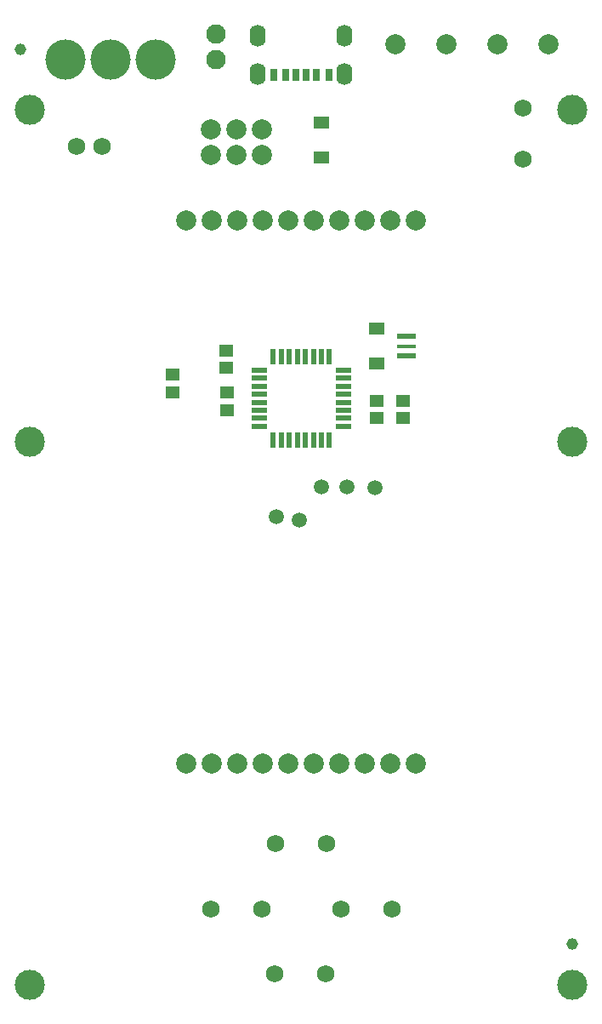
<source format=gbr>
%TF.GenerationSoftware,Altium Limited,Altium Designer,24.0.1 (36)*%
G04 Layer_Color=255*
%FSLAX45Y45*%
%MOMM*%
%TF.SameCoordinates,EF88BD92-104B-4C59-846E-D9FF23BA8C3F*%
%TF.FilePolarity,Positive*%
%TF.FileFunction,Pads,Top*%
%TF.Part,Single*%
G01*
G75*
%TA.AperFunction,SMDPad,CuDef*%
%ADD12C,1.50000*%
%ADD13R,1.47000X1.17000*%
G04:AMPARAMS|DCode=14|XSize=0.55mm|YSize=1.47mm|CornerRadius=0.06875mm|HoleSize=0mm|Usage=FLASHONLY|Rotation=180.000|XOffset=0mm|YOffset=0mm|HoleType=Round|Shape=RoundedRectangle|*
%AMROUNDEDRECTD14*
21,1,0.55000,1.33250,0,0,180.0*
21,1,0.41250,1.47000,0,0,180.0*
1,1,0.13750,-0.20625,0.66625*
1,1,0.13750,0.20625,0.66625*
1,1,0.13750,0.20625,-0.66625*
1,1,0.13750,-0.20625,-0.66625*
%
%ADD14ROUNDEDRECTD14*%
G04:AMPARAMS|DCode=15|XSize=1.47mm|YSize=0.55mm|CornerRadius=0.06875mm|HoleSize=0mm|Usage=FLASHONLY|Rotation=180.000|XOffset=0mm|YOffset=0mm|HoleType=Round|Shape=RoundedRectangle|*
%AMROUNDEDRECTD15*
21,1,1.47000,0.41250,0,0,180.0*
21,1,1.33250,0.55000,0,0,180.0*
1,1,0.13750,-0.66625,0.20625*
1,1,0.13750,0.66625,0.20625*
1,1,0.13750,0.66625,-0.20625*
1,1,0.13750,-0.66625,-0.20625*
%
%ADD15ROUNDEDRECTD15*%
%ADD16R,1.50000X1.25000*%
%TA.AperFunction,ConnectorPad*%
%ADD17R,0.80000X1.20000*%
%ADD18R,0.76000X1.20000*%
%ADD19R,0.70000X1.20000*%
%TA.AperFunction,SMDPad,CuDef*%
%ADD20R,1.90000X0.60000*%
%ADD21R,1.90000X0.40000*%
%TA.AperFunction,WasherPad*%
%ADD26C,1.15200*%
%TA.AperFunction,ComponentPad*%
%ADD27C,1.75000*%
%TA.AperFunction,ViaPad*%
%ADD28C,3.00000*%
%TA.AperFunction,ComponentPad*%
%ADD29C,2.00000*%
%ADD30C,1.95000*%
%ADD31O,1.60000X2.20000*%
%ADD32C,4.00000*%
D12*
X3200000Y5250000D02*
D03*
X3450000D02*
D03*
X2979127Y4920873D02*
D03*
X2750000Y4950000D02*
D03*
X3730000Y5240000D02*
D03*
D13*
X3750000Y6107100D02*
D03*
Y5932900D02*
D03*
X2260000Y6189100D02*
D03*
Y6014900D02*
D03*
X1720000Y6192900D02*
D03*
Y6367100D02*
D03*
X4010000Y5932900D02*
D03*
Y6107100D02*
D03*
X2250000Y6607100D02*
D03*
Y6432900D02*
D03*
D14*
X3280001Y6549000D02*
D03*
X3200000D02*
D03*
X3120000D02*
D03*
X3040001Y6549000D02*
D03*
X2960000Y6549000D02*
D03*
X2880000D02*
D03*
X2800000Y6548999D02*
D03*
X2720000Y6549000D02*
D03*
X2720000Y5715000D02*
D03*
X2800000D02*
D03*
X2880000D02*
D03*
X2960000Y5714999D02*
D03*
X3040000Y5715000D02*
D03*
X3120000D02*
D03*
X3200000Y5715000D02*
D03*
X3280000Y5714999D02*
D03*
D15*
X3417000Y5851999D02*
D03*
Y5932000D02*
D03*
Y6012000D02*
D03*
X3417000Y6091999D02*
D03*
X3417000Y6172000D02*
D03*
Y6252000D02*
D03*
X3417000Y6332000D02*
D03*
X3417000Y6412000D02*
D03*
X2583000Y6412000D02*
D03*
Y6332000D02*
D03*
Y6252000D02*
D03*
X2583000Y6172000D02*
D03*
X2583000Y6092000D02*
D03*
Y6012000D02*
D03*
X2583000Y5932000D02*
D03*
X2583000Y5852000D02*
D03*
D16*
X3750000Y6822500D02*
D03*
Y6477500D02*
D03*
X3200000Y8527500D02*
D03*
Y8872500D02*
D03*
D17*
X2725000Y9350000D02*
D03*
X3275000D02*
D03*
D18*
X2848000D02*
D03*
X3152000D02*
D03*
D19*
X2950000D02*
D03*
X3050000D02*
D03*
D20*
X4050000Y6555000D02*
D03*
Y6745000D02*
D03*
D21*
Y6650000D02*
D03*
D26*
X5700000Y700000D02*
D03*
X200000Y9600000D02*
D03*
D27*
X2604000Y1050000D02*
D03*
X2096000D02*
D03*
X762000Y8636000D02*
D03*
X1016000D02*
D03*
X3244000Y408000D02*
D03*
X2736000D02*
D03*
X3254000Y1700000D02*
D03*
X2746000D02*
D03*
X5207000Y8509000D02*
D03*
Y9017000D02*
D03*
X3904000Y1050000D02*
D03*
X3396000D02*
D03*
D28*
X5700000Y5700000D02*
D03*
X300000D02*
D03*
X5700000Y9000000D02*
D03*
Y300000D02*
D03*
X300000D02*
D03*
Y9000000D02*
D03*
D29*
X2866000Y2500001D02*
D03*
X2612000D02*
D03*
X2358000D02*
D03*
X2104000D02*
D03*
X1850000D02*
D03*
X4136000D02*
D03*
X3882000D02*
D03*
X3628000D02*
D03*
X3374000D02*
D03*
X3120000D02*
D03*
X2866000Y7900001D02*
D03*
X2612000D02*
D03*
X2358000D02*
D03*
X2104000D02*
D03*
X1850000D02*
D03*
X4136000D02*
D03*
X3882000D02*
D03*
X3628000D02*
D03*
X3374000D02*
D03*
X3120000D02*
D03*
X2604000Y8804000D02*
D03*
Y8550000D02*
D03*
X2350000Y8804000D02*
D03*
Y8550000D02*
D03*
X2096000Y8804000D02*
D03*
Y8550000D02*
D03*
X5461000Y9652000D02*
D03*
X4953000D02*
D03*
X3937000D02*
D03*
X4445000D02*
D03*
D30*
X2150000Y9496000D02*
D03*
Y9750000D02*
D03*
D31*
X3432000Y9738000D02*
D03*
X2568000D02*
D03*
Y9358000D02*
D03*
X3432000D02*
D03*
D32*
X650000Y9500000D02*
D03*
X1100000D02*
D03*
X1550000D02*
D03*
%TF.MD5,4e68f866fa6032d5f9a3985592170577*%
M02*

</source>
